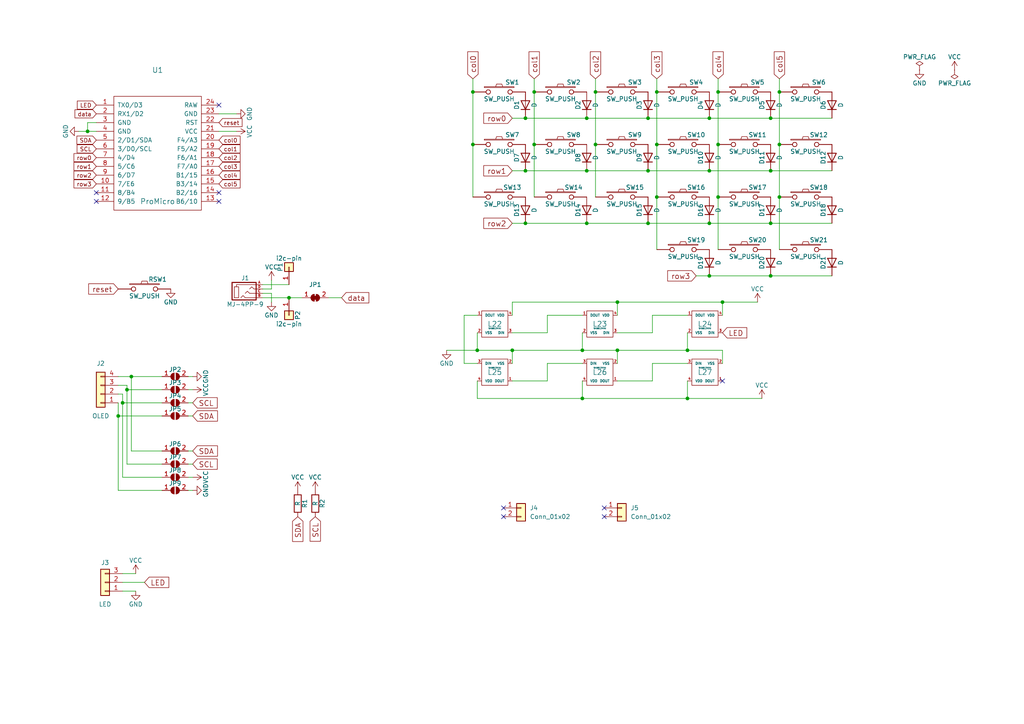
<source format=kicad_sch>
(kicad_sch (version 20211123) (generator eeschema)
  (paper "A4")
  (title_block (title "Corne Chocolate") (date "2018-11-16") (rev "2.0") (company "foostan"))
  (lib_symbols
    (symbol "Connector_Generic:Conn_01x01" (pin_names (offset 1.016) hide)
      (property "Reference" "J" (at 0 2.54 0))
      (property "Value" "Conn_01x01" (at 0 -2.54 0))
      (symbol "Conn_01x01_1_1"
        (rectangle (start -1.27 0.127) (end 0 -0.127) (stroke (width 0.1524)))
        (rectangle (start -1.27 1.27) (end 1.27 -1.27) (stroke (width 0.254)) (fill (type background)))
        (pin passive line (at -5.08 0 0) (length 3.81) (name "Pin_1") (number "1"))
      )
    )
    (symbol "Connector_Generic:Conn_01x02" (pin_names (offset 1.016) hide)
      (property "Reference" "J" (at 0 2.54 0))
      (property "Value" "Conn_01x02" (at 0 -5.08 0))
      (symbol "Conn_01x02_1_1"
        (rectangle (start -1.27 -2.413) (end 0 -2.667) (stroke (width 0.1524)))
        (rectangle (start -1.27 0.127) (end 0 -0.127) (stroke (width 0.1524)))
        (rectangle (start -1.27 1.27) (end 1.27 -3.81) (stroke (width 0.254)) (fill (type background)))
        (pin passive line (at -5.08 0 0) (length 3.81) (name "Pin_1") (number "1"))
        (pin passive line (at -5.08 -2.54 0) (length 3.81) (name "Pin_2") (number "2"))
      )
    )
    (symbol "Connector_Generic:Conn_01x03" (pin_names (offset 1.016) hide)
      (property "Reference" "J" (at 0 5.08 0))
      (property "Value" "Conn_01x03" (at 0 -5.08 0))
      (symbol "Conn_01x03_1_1"
        (rectangle (start -1.27 -2.413) (end 0 -2.667) (stroke (width 0.1524)))
        (rectangle (start -1.27 0.127) (end 0 -0.127) (stroke (width 0.1524)))
        (rectangle (start -1.27 2.667) (end 0 2.413) (stroke (width 0.1524)))
        (rectangle (start -1.27 3.81) (end 1.27 -3.81) (stroke (width 0.254)) (fill (type background)))
        (pin passive line (at -5.08 2.54 0) (length 3.81) (name "Pin_1") (number "1"))
        (pin passive line (at -5.08 0 0) (length 3.81) (name "Pin_2") (number "2"))
        (pin passive line (at -5.08 -2.54 0) (length 3.81) (name "Pin_3") (number "3"))
      )
    )
    (symbol "Connector_Generic:Conn_01x04" (pin_names (offset 1.016) hide)
      (property "Reference" "J" (at 0 5.08 0))
      (property "Value" "Conn_01x04" (at 0 -7.62 0))
      (symbol "Conn_01x04_1_1"
        (rectangle (start -1.27 -4.953) (end 0 -5.207) (stroke (width 0.1524)))
        (rectangle (start -1.27 -2.413) (end 0 -2.667) (stroke (width 0.1524)))
        (rectangle (start -1.27 0.127) (end 0 -0.127) (stroke (width 0.1524)))
        (rectangle (start -1.27 2.667) (end 0 2.413) (stroke (width 0.1524)))
        (rectangle (start -1.27 3.81) (end 1.27 -6.35) (stroke (width 0.254)) (fill (type background)))
        (pin passive line (at -5.08 2.54 0) (length 3.81) (name "Pin_1") (number "1"))
        (pin passive line (at -5.08 0 0) (length 3.81) (name "Pin_2") (number "2"))
        (pin passive line (at -5.08 -2.54 0) (length 3.81) (name "Pin_3") (number "3"))
        (pin passive line (at -5.08 -5.08 0) (length 3.81) (name "Pin_4") (number "4"))
      )
    )
    (symbol "Device:D" (pin_numbers hide) (pin_names (offset 1.016) hide)
      (property "Reference" "D" (at 0 2.54 0))
      (property "Value" "D" (at 0 -2.54 0))
      (symbol "D_0_1"
        (polyline (pts (xy -1.27 1.27) (xy -1.27 -1.27)) (stroke (width 0.254)))
        (polyline (pts (xy 1.27 0) (xy -1.27 0)))
        (polyline (pts (xy 1.27 1.27) (xy 1.27 -1.27) (xy -1.27 0) (xy 1.27 1.27)) (stroke (width 0.254)))
      )
      (symbol "D_1_1"
        (pin passive line (at -3.81 0 0) (length 2.54) (name "K") (number "1"))
        (pin passive line (at 3.81 0 180) (length 2.54) (name "A") (number "2"))
      )
    )
    (symbol "Device:R" (pin_numbers hide) (pin_names (offset 0))
      (property "Reference" "R" (at 2.032 0 90))
      (property "Value" "R" (at 0 0 90))
      (symbol "R_0_1"
        (rectangle (start -1.016 -2.54) (end 1.016 2.54) (stroke (width 0.254)))
      )
      (symbol "R_1_1"
        (pin passive line (at 0 3.81 270) (length 1.27) (name "~") (number "1"))
        (pin passive line (at 0 -3.81 90) (length 1.27) (name "~") (number "2"))
      )
    )
    (symbol "Jumper:SolderJumper_2_Bridged" (pin_names (offset 0) hide)
      (property "Reference" "JP" (at 0 2.032 0))
      (property "Value" "SolderJumper_2_Bridged" (at 0 -2.54 0))
      (symbol "SolderJumper_2_Bridged_0_1"
        (rectangle (start -0.508 0.508) (end 0.508 -0.508) (fill (type outline)))
        (arc (start -0.254 1.016) (mid -1.27 0) (end -0.254 -1.016))
        (arc (start -0.254 1.016) (mid -1.27 0) (end -0.254 -1.016) (fill (type outline)))
        (polyline (pts (xy -0.254 1.016) (xy -0.254 -1.016)))
        (polyline (pts (xy 0.254 1.016) (xy 0.254 -1.016)))
        (arc (start 0.254 -1.016) (mid 1.27 0) (end 0.254 1.016))
        (arc (start 0.254 -1.016) (mid 1.27 0) (end 0.254 1.016) (fill (type outline)))
      )
      (symbol "SolderJumper_2_Bridged_1_1"
        (pin passive line (at -3.81 0 0) (length 2.54) (name "A") (number "1"))
        (pin passive line (at 3.81 0 180) (length 2.54) (name "B") (number "2"))
      )
    )
    (symbol "Jumper:SolderJumper_2_Open" (pin_names (offset 0) hide)
      (property "Reference" "JP" (at 0 2.032 0))
      (property "Value" "SolderJumper_2_Open" (at 0 -2.54 0))
      (symbol "SolderJumper_2_Open_0_1"
        (arc (start -0.254 1.016) (mid -1.27 0) (end -0.254 -1.016))
        (arc (start -0.254 1.016) (mid -1.27 0) (end -0.254 -1.016) (fill (type outline)))
        (polyline (pts (xy -0.254 1.016) (xy -0.254 -1.016)))
        (polyline (pts (xy 0.254 1.016) (xy 0.254 -1.016)))
        (arc (start 0.254 -1.016) (mid 1.27 0) (end 0.254 1.016))
        (arc (start 0.254 -1.016) (mid 1.27 0) (end 0.254 1.016) (fill (type outline)))
      )
      (symbol "SolderJumper_2_Open_1_1"
        (pin passive line (at -3.81 0 0) (length 2.54) (name "A") (number "1"))
        (pin passive line (at 3.81 0 180) (length 2.54) (name "B") (number "2"))
      )
    )
    (symbol "kbd:MJ-4PP-9" (pin_names (offset 1.016))
      (property "Reference" "J" (at 0 3.81 0))
      (property "Value" "MJ-4PP-9" (at 0 -3.81 0))
      (symbol "MJ-4PP-9_0_1"
        (rectangle (start -1.905 -1.905) (end -3.175 1.27))
        (polyline (pts (xy -2.54 1.27) (xy -2.54 1.905) (xy 3.175 1.905)))
        (polyline (pts (xy -1.27 -1.905) (xy -0.635 -1.27) (xy 0 -1.905) (xy 3.175 -1.905)))
        (polyline (pts (xy 0 -0.635) (xy 0.635 0) (xy 1.27 -0.635) (xy 3.175 -0.635)))
        (polyline (pts (xy 1.27 0.635) (xy 1.905 1.27) (xy 2.54 0.635) (xy 3.175 0.635)))
        (rectangle (start 3.175 2.54) (end -3.81 -2.54) (stroke (width 0.3048)))
      )
      (symbol "MJ-4PP-9_1_1"
        (pin input line (at 5.08 1.905 180) (length 2.0066) (name "~") (number "A"))
        (pin input line (at 5.08 -1.905 180) (length 2.0066) (name "~") (number "B"))
        (pin input line (at 5.08 -0.635 180) (length 2.0066) (name "~") (number "C"))
        (pin input line (at 5.08 0.635 180) (length 2.0066) (name "~") (number "D"))
      )
    )
    (symbol "kbd:ProMicro" (pin_names (offset 1.016))
      (property "Reference" "U" (at 0 19.05 0))
      (property "Value" "ProMicro" (at 0 -19.05 0))
      (symbol "ProMicro_0_1"
        (rectangle (start -12.7 16.51) (end 12.7 -16.51))
      )
      (symbol "ProMicro_1_1"
        (pin bidirectional line (at -17.78 13.97 0) (length 5.08) (name "TX0/D3") (number "1"))
        (pin bidirectional line (at -17.78 -8.89 0) (length 5.08) (name "7/E6") (number "10"))
        (pin bidirectional line (at -17.78 -11.43 0) (length 5.08) (name "8/B4") (number "11"))
        (pin bidirectional line (at -17.78 -13.97 0) (length 5.08) (name "9/B5") (number "12"))
        (pin bidirectional line (at 17.78 -13.97 180) (length 5.08) (name "B6/10") (number "13"))
        (pin bidirectional line (at 17.78 -11.43 180) (length 5.08) (name "B2/16") (number "14"))
        (pin bidirectional line (at 17.78 -8.89 180) (length 5.08) (name "B3/14") (number "15"))
        (pin bidirectional line (at 17.78 -6.35 180) (length 5.08) (name "B1/15") (number "16"))
        (pin bidirectional line (at 17.78 -3.81 180) (length 5.08) (name "F7/A0") (number "17"))
        (pin bidirectional line (at 17.78 -1.27 180) (length 5.08) (name "F6/A1") (number "18"))
        (pin bidirectional line (at 17.78 1.27 180) (length 5.08) (name "F5/A2") (number "19"))
        (pin bidirectional line (at -17.78 11.43 0) (length 5.08) (name "RX1/D2") (number "2"))
        (pin bidirectional line (at 17.78 3.81 180) (length 5.08) (name "F4/A3") (number "20"))
        (pin power_in line (at 17.78 6.35 180) (length 5.08) (name "VCC") (number "21"))
        (pin input line (at 17.78 8.89 180) (length 5.08) (name "RST") (number "22"))
        (pin power_in line (at 17.78 11.43 180) (length 5.08) (name "GND") (number "23"))
        (pin power_out line (at 17.78 13.97 180) (length 5.08) (name "RAW") (number "24"))
        (pin power_in line (at -17.78 8.89 0) (length 5.08) (name "GND") (number "3"))
        (pin power_in line (at -17.78 6.35 0) (length 5.08) (name "GND") (number "4"))
        (pin bidirectional line (at -17.78 3.81 0) (length 5.08) (name "2/D1/SDA") (number "5"))
        (pin bidirectional line (at -17.78 1.27 0) (length 5.08) (name "3/D0/SCL") (number "6"))
        (pin bidirectional line (at -17.78 -1.27 0) (length 5.08) (name "4/D4") (number "7"))
        (pin bidirectional line (at -17.78 -3.81 0) (length 5.08) (name "5/C6") (number "8"))
        (pin bidirectional line (at -17.78 -6.35 0) (length 5.08) (name "6/D7") (number "9"))
      )
    )
    (symbol "kbd:SK6812MINI" (pin_names (offset 1.016))
      (property "Reference" "L" (at 0 0 0))
      (property "Value" "SK6812MINI" (at 0 -1.27 0))
      (symbol "SK6812MINI_0_1"
        (rectangle (start -3.81 3.81) (end 3.81 -3.81))
      )
      (symbol "SK6812MINI_1_1"
        (pin output line (at -5.08 2.54 0) (length 1.1938) (name "DOUT") (number "1"))
        (pin power_in line (at -5.08 -2.54 0) (length 1.1938) (name "VSS") (number "2"))
        (pin input line (at 5.08 -2.54 180) (length 1.1938) (name "DIN") (number "3"))
        (pin power_in line (at 5.08 2.54 180) (length 1.1938) (name "VDD") (number "4"))
      )
    )
    (symbol "kbd:SW_PUSH" (pin_numbers hide) (pin_names (offset 1.016) hide)
      (property "Reference" "SW" (at 3.81 2.794 0))
      (property "Value" "SW_PUSH" (at 0 -2.032 0))
      (symbol "SW_PUSH_0_1"
        (rectangle (start -4.318 1.27) (end 4.318 1.524))
        (polyline (pts (xy -1.016 1.524) (xy -0.762 2.286) (xy 0.762 2.286) (xy 1.016 1.524)))
        (pin passive inverted (at -7.62 0 0) (length 5.08) (name "1") (number "1"))
        (pin passive inverted (at 7.62 0 180) (length 5.08) (name "2") (number "2"))
      )
    )
    (symbol "power:GND" (power) (pin_names (offset 0))
      (property "Value" "GND" (at 0 -3.81 0))
      (symbol "GND_0_1"
        (polyline (pts (xy 0 0) (xy 0 -1.27) (xy 1.27 -1.27) (xy 0 -2.54) (xy -1.27 -1.27) (xy 0 -1.27)))
      )
      (symbol "GND_1_1"
        (pin power_in line (at 0 0 270) (length 0) hide (name "GND") (number "1"))
      )
    )
    (symbol "power:PWR_FLAG" (power) (pin_numbers hide) (pin_names (offset 0) hide)
      (property "Value" "PWR_FLAG" (at 0 3.81 0))
      (symbol "PWR_FLAG_0_0"
        (pin power_out line (at 0 0 90) (length 0) (name "pwr") (number "1"))
      )
      (symbol "PWR_FLAG_0_1"
        (polyline (pts (xy 0 0) (xy 0 1.27) (xy -1.016 1.905) (xy 0 2.54) (xy 1.016 1.905) (xy 0 1.27)))
      )
    )
    (symbol "power:VCC" (power) (pin_names (offset 0))
      (property "Value" "VCC" (at 0 3.81 0))
      (symbol "VCC_0_1"
        (polyline (pts (xy -0.762 1.27) (xy 0 2.54)))
        (polyline (pts (xy 0 0) (xy 0 2.54)))
        (polyline (pts (xy 0 2.54) (xy 0.762 1.27)))
      )
      (symbol "VCC_1_1"
        (pin power_in line (at 0 0 90) (length 0) hide (name "VCC") (number "1"))
      )
    )
  )
  (junction (at 205.74 49.53))
  (junction (at 179.07 101.6))
  (junction (at 35.56 116.84))
  (junction (at 172.72 41.91))
  (junction (at 172.72 26.67))
  (junction (at 199.39 115.57))
  (junction (at 137.16 26.67))
  (junction (at 223.52 34.29))
  (junction (at 152.4 34.29))
  (junction (at 168.91 101.6))
  (junction (at 190.5 57.15))
  (junction (at 205.74 80.01))
  (junction (at 179.07 87.63))
  (junction (at 137.16 41.91))
  (junction (at 36.83 113.03))
  (junction (at 170.18 64.77))
  (junction (at 208.28 57.15))
  (junction (at 148.59 101.6))
  (junction (at 154.94 26.67))
  (junction (at 226.06 26.67))
  (junction (at 208.28 41.91))
  (junction (at 205.74 64.77))
  (junction (at 223.52 49.53))
  (junction (at 187.96 49.53))
  (junction (at 199.39 101.6))
  (junction (at 83.82 86.36))
  (junction (at 223.52 80.01))
  (junction (at 152.4 49.53))
  (junction (at 223.52 64.77))
  (junction (at 187.96 64.77))
  (junction (at 209.55 87.63))
  (junction (at 187.96 34.29))
  (junction (at 34.29 120.65))
  (junction (at 226.06 57.15))
  (junction (at 38.1 109.22))
  (junction (at 138.43 101.6))
  (junction (at 168.91 115.57))
  (junction (at 25.4 38.1))
  (junction (at 154.94 41.91))
  (junction (at 226.06 41.91))
  (junction (at 152.4 64.77))
  (junction (at 170.18 34.29))
  (junction (at 190.5 41.91))
  (junction (at 190.5 26.67))
  (junction (at 170.18 49.53))
  (junction (at 205.74 34.29))
  (junction (at 208.28 26.67))
  (no_connect (at 27.94 58.42))
  (no_connect (at 63.5 30.48))
  (no_connect (at 63.5 55.88))
  (no_connect (at 209.55 110.49))
  (no_connect (at 146.05 147.32))
  (no_connect (at 146.05 149.86))
  (no_connect (at 175.26 147.32))
  (no_connect (at 175.26 149.86))
  (no_connect (at 27.94 55.88))
  (no_connect (at 63.5 58.42))
  (wire (pts (xy 168.91 101.6) (xy 179.07 101.6)))
  (wire (pts (xy 208.28 22.86) (xy 208.28 26.67)))
  (wire (pts (xy 154.94 41.91) (xy 154.94 57.15)))
  (wire (pts (xy 201.93 80.01) (xy 205.74 80.01)))
  (wire (pts (xy 172.72 41.91) (xy 172.72 57.15)))
  (wire (pts (xy 172.72 26.67) (xy 172.72 41.91)))
  (wire (pts (xy 35.56 171.45) (xy 39.37 171.45)))
  (wire (pts (xy 208.28 57.15) (xy 208.28 72.39)))
  (wire (pts (xy 223.52 49.53) (xy 241.3 49.53)))
  (wire (pts (xy 134.62 91.44) (xy 134.62 105.41)))
  (wire (pts (xy 25.4 38.1) (xy 27.94 38.1)))
  (wire (pts (xy 199.39 115.57) (xy 220.98 115.57)))
  (wire (pts (xy 76.2 82.55) (xy 83.82 82.55)))
  (wire (pts (xy 46.99 116.84) (xy 35.56 116.84)))
  (wire (pts (xy 187.96 64.77) (xy 205.74 64.77)))
  (wire (pts (xy 38.1 130.81) (xy 46.99 130.81)))
  (wire (pts (xy 158.75 110.49) (xy 158.75 105.41)))
  (wire (pts (xy 179.07 101.6) (xy 199.39 101.6)))
  (wire (pts (xy 168.91 91.44) (xy 158.75 91.44)))
  (wire (pts (xy 199.39 91.44) (xy 189.23 91.44)))
  (wire (pts (xy 76.2 86.36) (xy 83.82 86.36)))
  (wire (pts (xy 34.29 120.65) (xy 34.29 142.24)))
  (wire (pts (xy 35.56 168.91) (xy 41.91 168.91)))
  (wire (pts (xy 148.59 91.44) (xy 148.59 87.63)))
  (wire (pts (xy 36.83 113.03) (xy 36.83 134.62)))
  (wire (pts (xy 170.18 34.29) (xy 187.96 34.29)))
  (wire (pts (xy 83.82 86.36) (xy 87.63 86.36)))
  (wire (pts (xy 152.4 64.77) (xy 170.18 64.77)))
  (wire (pts (xy 205.74 34.29) (xy 223.52 34.29)))
  (wire (pts (xy 38.1 109.22) (xy 46.99 109.22)))
  (wire (pts (xy 168.91 96.52) (xy 168.91 101.6)))
  (wire (pts (xy 168.91 110.49) (xy 168.91 115.57)))
  (wire (pts (xy 199.39 101.6) (xy 209.55 101.6)))
  (wire (pts (xy 189.23 105.41) (xy 199.39 105.41)))
  (wire (pts (xy 152.4 49.53) (xy 170.18 49.53)))
  (wire (pts (xy 152.4 34.29) (xy 170.18 34.29)))
  (wire (pts (xy 138.43 101.6) (xy 148.59 101.6)))
  (wire (pts (xy 34.29 116.84) (xy 34.29 120.65)))
  (wire (pts (xy 205.74 49.53) (xy 223.52 49.53)))
  (wire (pts (xy 54.61 109.22) (xy 55.88 109.22)))
  (wire (pts (xy 190.5 22.86) (xy 190.5 26.67)))
  (wire (pts (xy 223.52 80.01) (xy 241.3 80.01)))
  (wire (pts (xy 34.29 111.76) (xy 36.83 111.76)))
  (wire (pts (xy 36.83 113.03) (xy 46.99 113.03)))
  (wire (pts (xy 34.29 114.3) (xy 35.56 114.3)))
  (wire (pts (xy 129.54 101.6) (xy 138.43 101.6)))
  (wire (pts (xy 137.16 22.86) (xy 137.16 26.67)))
  (wire (pts (xy 76.2 83.82) (xy 78.74 83.82)))
  (wire (pts (xy 63.5 33.02) (xy 68.58 33.02)))
  (wire (pts (xy 138.43 96.52) (xy 138.43 101.6)))
  (wire (pts (xy 55.88 130.81) (xy 54.61 130.81)))
  (wire (pts (xy 158.75 91.44) (xy 158.75 96.52)))
  (wire (pts (xy 226.06 57.15) (xy 226.06 72.39)))
  (wire (pts (xy 199.39 96.52) (xy 199.39 101.6)))
  (wire (pts (xy 223.52 64.77) (xy 241.3 64.77)))
  (wire (pts (xy 179.07 110.49) (xy 189.23 110.49)))
  (wire (pts (xy 76.2 85.09) (xy 78.74 85.09)))
  (wire (pts (xy 34.29 142.24) (xy 46.99 142.24)))
  (wire (pts (xy 138.43 110.49) (xy 138.43 115.57)))
  (wire (pts (xy 190.5 57.15) (xy 190.5 72.39)))
  (wire (pts (xy 148.59 34.29) (xy 152.4 34.29)))
  (wire (pts (xy 148.59 110.49) (xy 158.75 110.49)))
  (wire (pts (xy 154.94 22.86) (xy 154.94 26.67)))
  (wire (pts (xy 179.07 91.44) (xy 179.07 87.63)))
  (wire (pts (xy 78.74 85.09) (xy 78.74 87.63)))
  (wire (pts (xy 148.59 87.63) (xy 179.07 87.63)))
  (wire (pts (xy 148.59 64.77) (xy 152.4 64.77)))
  (wire (pts (xy 223.52 34.29) (xy 241.3 34.29)))
  (wire (pts (xy 154.94 26.67) (xy 154.94 41.91)))
  (wire (pts (xy 138.43 91.44) (xy 134.62 91.44)))
  (wire (pts (xy 22.86 38.1) (xy 25.4 38.1)))
  (wire (pts (xy 148.59 105.41) (xy 148.59 101.6)))
  (wire (pts (xy 168.91 115.57) (xy 199.39 115.57)))
  (wire (pts (xy 35.56 166.37) (xy 39.37 166.37)))
  (wire (pts (xy 172.72 22.86) (xy 172.72 26.67)))
  (wire (pts (xy 170.18 49.53) (xy 187.96 49.53)))
  (wire (pts (xy 158.75 96.52) (xy 148.59 96.52)))
  (wire (pts (xy 55.88 116.84) (xy 54.61 116.84)))
  (wire (pts (xy 36.83 134.62) (xy 46.99 134.62)))
  (wire (pts (xy 137.16 41.91) (xy 137.16 57.15)))
  (wire (pts (xy 55.88 134.62) (xy 54.61 134.62)))
  (wire (pts (xy 46.99 120.65) (xy 34.29 120.65)))
  (wire (pts (xy 54.61 138.43) (xy 55.88 138.43)))
  (wire (pts (xy 134.62 105.41) (xy 138.43 105.41)))
  (wire (pts (xy 179.07 105.41) (xy 179.07 101.6)))
  (wire (pts (xy 158.75 105.41) (xy 168.91 105.41)))
  (wire (pts (xy 187.96 34.29) (xy 205.74 34.29)))
  (wire (pts (xy 35.56 114.3) (xy 35.56 116.84)))
  (wire (pts (xy 35.56 138.43) (xy 46.99 138.43)))
  (wire (pts (xy 170.18 64.77) (xy 187.96 64.77)))
  (wire (pts (xy 199.39 110.49) (xy 199.39 115.57)))
  (wire (pts (xy 55.88 120.65) (xy 54.61 120.65)))
  (wire (pts (xy 95.25 86.36) (xy 99.06 86.36)))
  (wire (pts (xy 209.55 101.6) (xy 209.55 105.41)))
  (wire (pts (xy 27.94 35.56) (xy 25.4 35.56)))
  (wire (pts (xy 209.55 91.44) (xy 209.55 87.63)))
  (wire (pts (xy 189.23 96.52) (xy 179.07 96.52)))
  (wire (pts (xy 36.83 111.76) (xy 36.83 113.03)))
  (wire (pts (xy 208.28 26.67) (xy 208.28 41.91)))
  (wire (pts (xy 226.06 22.86) (xy 226.06 26.67)))
  (wire (pts (xy 226.06 26.67) (xy 226.06 41.91)))
  (wire (pts (xy 148.59 101.6) (xy 168.91 101.6)))
  (wire (pts (xy 54.61 142.24) (xy 55.88 142.24)))
  (wire (pts (xy 226.06 41.91) (xy 226.06 57.15)))
  (wire (pts (xy 34.29 109.22) (xy 38.1 109.22)))
  (wire (pts (xy 138.43 115.57) (xy 168.91 115.57)))
  (wire (pts (xy 190.5 26.67) (xy 190.5 41.91)))
  (wire (pts (xy 189.23 110.49) (xy 189.23 105.41)))
  (wire (pts (xy 63.5 38.1) (xy 68.58 38.1)))
  (wire (pts (xy 208.28 41.91) (xy 208.28 57.15)))
  (wire (pts (xy 35.56 116.84) (xy 35.56 138.43)))
  (wire (pts (xy 137.16 26.67) (xy 137.16 41.91)))
  (wire (pts (xy 148.59 49.53) (xy 152.4 49.53)))
  (wire (pts (xy 54.61 113.03) (xy 55.88 113.03)))
  (wire (pts (xy 190.5 41.91) (xy 190.5 57.15)))
  (wire (pts (xy 205.74 64.77) (xy 223.52 64.77)))
  (wire (pts (xy 38.1 109.22) (xy 38.1 130.81)))
  (wire (pts (xy 189.23 91.44) (xy 189.23 96.52)))
  (wire (pts (xy 78.74 83.82) (xy 78.74 81.28)))
  (wire (pts (xy 205.74 80.01) (xy 223.52 80.01)))
  (wire (pts (xy 209.55 87.63) (xy 219.71 87.63)))
  (wire (pts (xy 179.07 87.63) (xy 209.55 87.63)))
  (wire (pts (xy 187.96 49.53) (xy 205.74 49.53)))
  (wire (pts (xy 25.4 35.56) (xy 25.4 38.1)))
  (global_label "LED" (shape input) (at 41.91 168.91 0) (effects (font (size 1.524 1.524))) (property "Intersheet References" "${INTERSHEET_REFS}" (effects hide)))
  (global_label "col0" (shape input) (at 63.5 40.64 0) (effects (font (size 1.1938 1.1938))) (property "Intersheet References" "${INTERSHEET_REFS}" (effects hide)))
  (global_label "col4" (shape input) (at 208.28 22.86 90) (effects (font (size 1.524 1.524))) (property "Intersheet References" "${INTERSHEET_REFS}" (effects hide)))
  (global_label "row0" (shape input) (at 148.59 34.29 180) (effects (font (size 1.524 1.524))) (property "Intersheet References" "${INTERSHEET_REFS}" (effects hide)))
  (global_label "SCL" (shape input) (at 27.94 43.18 180) (effects (font (size 1.1938 1.1938))) (property "Intersheet References" "${INTERSHEET_REFS}" (effects hide)))
  (global_label "col1" (shape input) (at 154.94 22.86 90) (effects (font (size 1.524 1.524))) (property "Intersheet References" "${INTERSHEET_REFS}" (effects hide)))
  (global_label "row1" (shape input) (at 148.59 49.53 180) (effects (font (size 1.524 1.524))) (property "Intersheet References" "${INTERSHEET_REFS}" (effects hide)))
  (global_label "data" (shape input) (at 27.94 33.02 180) (effects (font (size 1.1938 1.1938))) (property "Intersheet References" "${INTERSHEET_REFS}" (effects hide)))
  (global_label "col2" (shape input) (at 172.72 22.86 90) (effects (font (size 1.524 1.524))) (property "Intersheet References" "${INTERSHEET_REFS}" (effects hide)))
  (global_label "row1" (shape input) (at 27.94 48.26 180) (effects (font (size 1.1938 1.1938))) (property "Intersheet References" "${INTERSHEET_REFS}" (effects hide)))
  (global_label "row2" (shape input) (at 148.59 64.77 180) (effects (font (size 1.524 1.524))) (property "Intersheet References" "${INTERSHEET_REFS}" (effects hide)))
  (global_label "row0" (shape input) (at 27.94 45.72 180) (effects (font (size 1.1938 1.1938))) (property "Intersheet References" "${INTERSHEET_REFS}" (effects hide)))
  (global_label "LED" (shape input) (at 209.55 96.52 0) (effects (font (size 1.524 1.524))) (property "Intersheet References" "${INTERSHEET_REFS}" (effects hide)))
  (global_label "reset" (shape input) (at 34.29 83.82 180) (effects (font (size 1.524 1.524))) (property "Intersheet References" "${INTERSHEET_REFS}" (effects hide)))
  (global_label "col4" (shape input) (at 63.5 50.8 0) (effects (font (size 1.1938 1.1938))) (property "Intersheet References" "${INTERSHEET_REFS}" (effects hide)))
  (global_label "col5" (shape input) (at 63.5 53.34 0) (effects (font (size 1.1938 1.1938))) (property "Intersheet References" "${INTERSHEET_REFS}" (effects hide)))
  (global_label "row2" (shape input) (at 27.94 50.8 180) (effects (font (size 1.1938 1.1938))) (property "Intersheet References" "${INTERSHEET_REFS}" (effects hide)))
  (global_label "col3" (shape input) (at 190.5 22.86 90) (effects (font (size 1.524 1.524))) (property "Intersheet References" "${INTERSHEET_REFS}" (effects hide)))
  (global_label "row3" (shape input) (at 27.94 53.34 180) (effects (font (size 1.1938 1.1938))) (property "Intersheet References" "${INTERSHEET_REFS}" (effects hide)))
  (global_label "SDA" (shape input) (at 55.88 130.81 0) (effects (font (size 1.524 1.524))) (property "Intersheet References" "${INTERSHEET_REFS}" (effects hide)))
  (global_label "row3" (shape input) (at 201.93 80.01 180) (effects (font (size 1.524 1.524))) (property "Intersheet References" "${INTERSHEET_REFS}" (effects hide)))
  (global_label "SCL" (shape input) (at 55.88 116.84 0) (effects (font (size 1.524 1.524))) (property "Intersheet References" "${INTERSHEET_REFS}" (effects hide)))
  (global_label "reset" (shape input) (at 63.5 35.56 0) (effects (font (size 1.1938 1.1938))) (property "Intersheet References" "${INTERSHEET_REFS}" (effects hide)))
  (global_label "col3" (shape input) (at 63.5 48.26 0) (effects (font (size 1.1938 1.1938))) (property "Intersheet References" "${INTERSHEET_REFS}" (effects hide)))
  (global_label "col5" (shape input) (at 226.06 22.86 90) (effects (font (size 1.524 1.524))) (property "Intersheet References" "${INTERSHEET_REFS}" (effects hide)))
  (global_label "col0" (shape input) (at 137.16 22.86 90) (effects (font (size 1.524 1.524))) (property "Intersheet References" "${INTERSHEET_REFS}" (effects hide)))
  (global_label "LED" (shape input) (at 27.94 30.48 180) (effects (font (size 1.1938 1.1938))) (property "Intersheet References" "${INTERSHEET_REFS}" (effects hide)))
  (global_label "SDA" (shape input) (at 27.94 40.64 180) (effects (font (size 1.1938 1.1938))) (property "Intersheet References" "${INTERSHEET_REFS}" (effects hide)))
  (global_label "SDA" (shape input) (at 55.88 120.65 0) (effects (font (size 1.524 1.524))) (property "Intersheet References" "${INTERSHEET_REFS}" (effects hide)))
  (global_label "col2" (shape input) (at 63.5 45.72 0) (effects (font (size 1.1938 1.1938))) (property "Intersheet References" "${INTERSHEET_REFS}" (effects hide)))
  (global_label "col1" (shape input) (at 63.5 43.18 0) (effects (font (size 1.1938 1.1938))) (property "Intersheet References" "${INTERSHEET_REFS}" (effects hide)))
  (global_label "SCL" (shape input) (at 55.88 134.62 0) (effects (font (size 1.524 1.524))) (property "Intersheet References" "${INTERSHEET_REFS}" (effects hide)))
  (global_label "SCL" (shape input) (at 91.44 149.86 270) (effects (font (size 1.524 1.524))) (property "Intersheet References" "${INTERSHEET_REFS}" (effects hide)))
  (global_label "data" (shape input) (at 99.06 86.36 0) (effects (font (size 1.524 1.524))) (property "Intersheet References" "${INTERSHEET_REFS}" (effects hide)))
  (global_label "SDA" (shape input) (at 86.36 149.86 270) (effects (font (size 1.524 1.524))) (property "Intersheet References" "${INTERSHEET_REFS}" (effects hide)))
  (symbol (lib_id "kbd:ProMicro") (at 45.72 44.45 0) (unit 1)
    (property "Reference" "U1" (at 45.72 20.32 0) (effects (font (size 1.524 1.524))))
    (property "Value" "ProMicro" (at 45.72 58.42 0) (effects (font (size 1.524 1.524))))
    (property "Footprint" "kbd:ProMicro_v2" (effects hide))
  )
  (symbol (lib_id "kbd:SW_PUSH") (at 162.56 26.67 0) (unit 1)
    (property "Reference" "SW2" (at 166.37 23.876 0))
    (property "Value" "SW_PUSH" (at 162.56 28.702 0))
    (property "Footprint" "kbd:Choc_Hotswap" (effects hide))
  )
  (symbol (lib_id "Device:D") (at 170.18 30.48 90) (unit 1)
    (property "Reference" "D2" (at 167.64 30.48 0))
    (property "Value" "D" (at 172.72 30.48 0))
    (property "Footprint" "kbd:D3_SMD" (effects hide))
  )
  (symbol (lib_id "kbd:SW_PUSH") (at 180.34 26.67 0) (unit 1)
    (property "Reference" "SW3" (at 184.15 23.876 0))
    (property "Value" "SW_PUSH" (at 180.34 28.702 0))
    (property "Footprint" "kbd:Choc_Hotswap" (effects hide))
  )
  (symbol (lib_id "Device:D") (at 187.96 30.48 90) (unit 1)
    (property "Reference" "D3" (at 185.42 30.48 0))
    (property "Value" "D" (at 190.5 30.48 0))
    (property "Footprint" "kbd:D3_SMD" (effects hide))
  )
  (symbol (lib_id "kbd:SW_PUSH") (at 198.12 26.67 0) (unit 1)
    (property "Reference" "SW4" (at 201.93 23.876 0))
    (property "Value" "SW_PUSH" (at 198.12 28.702 0))
    (property "Footprint" "kbd:Choc_Hotswap" (effects hide))
  )
  (symbol (lib_id "kbd:SW_PUSH") (at 215.9 26.67 0) (unit 1)
    (property "Reference" "SW5" (at 219.71 23.876 0))
    (property "Value" "SW_PUSH" (at 215.9 28.702 0))
    (property "Footprint" "kbd:Choc_Hotswap" (effects hide))
  )
  (symbol (lib_id "kbd:SW_PUSH") (at 233.68 26.67 0) (unit 1)
    (property "Reference" "SW6" (at 237.49 23.876 0))
    (property "Value" "SW_PUSH" (at 233.68 28.702 0))
    (property "Footprint" "kbd:Choc_Hotswap" (effects hide))
  )
  (symbol (lib_id "Device:D") (at 205.74 30.48 90) (unit 1)
    (property "Reference" "D4" (at 203.2 30.48 0))
    (property "Value" "D" (at 208.28 30.48 0))
    (property "Footprint" "kbd:D3_SMD" (effects hide))
  )
  (symbol (lib_id "Device:D") (at 223.52 30.48 90) (unit 1)
    (property "Reference" "D5" (at 220.98 30.48 0))
    (property "Value" "D" (at 226.06 30.48 0))
    (property "Footprint" "kbd:D3_SMD" (effects hide))
  )
  (symbol (lib_id "Device:D") (at 241.3 30.48 90) (unit 1)
    (property "Reference" "D6" (at 238.76 30.48 0))
    (property "Value" "D" (at 243.84 30.48 0))
    (property "Footprint" "kbd:D3_SMD" (effects hide))
  )
  (symbol (lib_id "kbd:SW_PUSH") (at 144.78 26.67 0) (unit 1)
    (property "Reference" "SW1" (at 148.59 23.876 0))
    (property "Value" "SW_PUSH" (at 144.78 28.702 0))
    (property "Footprint" "kbd:Choc_Hotswap" (effects hide))
  )
  (symbol (lib_id "Device:D") (at 152.4 30.48 90) (unit 1)
    (property "Reference" "D1" (at 149.86 30.48 0))
    (property "Value" "D" (at 154.94 30.48 0))
    (property "Footprint" "kbd:D3_SMD" (effects hide))
  )
  (symbol (lib_id "kbd:SW_PUSH") (at 162.56 41.91 0) (unit 1)
    (property "Reference" "SW8" (at 166.37 39.116 0))
    (property "Value" "SW_PUSH" (at 162.56 43.942 0))
    (property "Footprint" "kbd:Choc_Hotswap" (effects hide))
  )
  (symbol (lib_id "Device:D") (at 170.18 45.72 90) (unit 1)
    (property "Reference" "D8" (at 167.64 45.72 0))
    (property "Value" "D" (at 172.72 45.72 0))
    (property "Footprint" "kbd:D3_SMD" (effects hide))
  )
  (symbol (lib_id "kbd:SW_PUSH") (at 180.34 41.91 0) (unit 1)
    (property "Reference" "SW9" (at 184.15 39.116 0))
    (property "Value" "SW_PUSH" (at 180.34 43.942 0))
    (property "Footprint" "kbd:Choc_Hotswap" (effects hide))
  )
  (symbol (lib_id "Device:D") (at 187.96 45.72 90) (unit 1)
    (property "Reference" "D9" (at 185.42 45.72 0))
    (property "Value" "D" (at 190.5 45.72 0))
    (property "Footprint" "kbd:D3_SMD" (effects hide))
  )
  (symbol (lib_id "kbd:SW_PUSH") (at 198.12 41.91 0) (unit 1)
    (property "Reference" "SW10" (at 201.93 39.116 0))
    (property "Value" "SW_PUSH" (at 198.12 43.942 0))
    (property "Footprint" "kbd:Choc_Hotswap" (effects hide))
  )
  (symbol (lib_id "kbd:SW_PUSH") (at 215.9 41.91 0) (unit 1)
    (property "Reference" "SW11" (at 219.71 39.116 0))
    (property "Value" "SW_PUSH" (at 215.9 43.942 0))
    (property "Footprint" "kbd:Choc_Hotswap" (effects hide))
  )
  (symbol (lib_id "kbd:SW_PUSH") (at 233.68 41.91 0) (unit 1)
    (property "Reference" "SW12" (at 237.49 39.116 0))
    (property "Value" "SW_PUSH" (at 233.68 43.942 0))
    (property "Footprint" "kbd:Choc_Hotswap" (effects hide))
  )
  (symbol (lib_id "Device:D") (at 205.74 45.72 90) (unit 1)
    (property "Reference" "D10" (at 203.2 45.72 0))
    (property "Value" "D" (at 208.28 45.72 0))
    (property "Footprint" "kbd:D3_SMD" (effects hide))
  )
  (symbol (lib_id "Device:D") (at 223.52 45.72 90) (unit 1)
    (property "Reference" "D11" (at 220.98 45.72 0))
    (property "Value" "D" (at 226.06 45.72 0))
    (property "Footprint" "kbd:D3_SMD" (effects hide))
  )
  (symbol (lib_id "Device:D") (at 241.3 45.72 90) (unit 1)
    (property "Reference" "D12" (at 238.76 45.72 0))
    (property "Value" "D" (at 243.84 45.72 0))
    (property "Footprint" "kbd:D3_SMD" (effects hide))
  )
  (symbol (lib_id "kbd:SW_PUSH") (at 144.78 41.91 0) (unit 1)
    (property "Reference" "SW7" (at 148.59 39.116 0))
    (property "Value" "SW_PUSH" (at 144.78 43.942 0))
    (property "Footprint" "kbd:Choc_Hotswap" (effects hide))
  )
  (symbol (lib_id "Device:D") (at 152.4 45.72 90) (unit 1)
    (property "Reference" "D7" (at 149.86 45.72 0))
    (property "Value" "D" (at 154.94 45.72 0))
    (property "Footprint" "kbd:D3_SMD" (effects hide))
  )
  (symbol (lib_id "kbd:SW_PUSH") (at 162.56 57.15 0) (unit 1)
    (property "Reference" "SW14" (at 166.37 54.356 0))
    (property "Value" "SW_PUSH" (at 162.56 59.182 0))
    (property "Footprint" "kbd:Choc_Hotswap" (effects hide))
  )
  (symbol (lib_id "Device:D") (at 170.18 60.96 90) (unit 1)
    (property "Reference" "D14" (at 167.64 60.96 0))
    (property "Value" "D" (at 172.72 60.96 0))
    (property "Footprint" "kbd:D3_SMD" (effects hide))
  )
  (symbol (lib_id "kbd:SW_PUSH") (at 180.34 57.15 0) (unit 1)
    (property "Reference" "SW15" (at 184.15 54.356 0))
    (property "Value" "SW_PUSH" (at 180.34 59.182 0))
    (property "Footprint" "kbd:Choc_Hotswap" (effects hide))
  )
  (symbol (lib_id "Device:D") (at 187.96 60.96 90) (unit 1)
    (property "Reference" "D15" (at 185.42 60.96 0))
    (property "Value" "D" (at 190.5 60.96 0))
    (property "Footprint" "kbd:D3_SMD" (effects hide))
  )
  (symbol (lib_id "kbd:SW_PUSH") (at 198.12 57.15 0) (unit 1)
    (property "Reference" "SW16" (at 201.93 54.356 0))
    (property "Value" "SW_PUSH" (at 198.12 59.182 0))
    (property "Footprint" "kbd:Choc_Hotswap" (effects hide))
  )
  (symbol (lib_id "kbd:SW_PUSH") (at 215.9 57.15 0) (unit 1)
    (property "Reference" "SW17" (at 219.71 54.356 0))
    (property "Value" "SW_PUSH" (at 215.9 59.182 0))
    (property "Footprint" "kbd:Choc_Hotswap" (effects hide))
  )
  (symbol (lib_id "kbd:SW_PUSH") (at 233.68 57.15 0) (unit 1)
    (property "Reference" "SW18" (at 237.49 54.356 0))
    (property "Value" "SW_PUSH" (at 233.68 59.182 0))
    (property "Footprint" "kbd:Choc_Hotswap" (effects hide))
  )
  (symbol (lib_id "Device:D") (at 205.74 60.96 90) (unit 1)
    (property "Reference" "D16" (at 203.2 60.96 0))
    (property "Value" "D" (at 208.28 60.96 0))
    (property "Footprint" "kbd:D3_SMD" (effects hide))
  )
  (symbol (lib_id "Device:D") (at 223.52 60.96 90) (unit 1)
    (property "Reference" "D17" (at 220.98 60.96 0))
    (property "Value" "D" (at 226.06 60.96 0))
    (property "Footprint" "kbd:D3_SMD" (effects hide))
  )
  (symbol (lib_id "Device:D") (at 241.3 60.96 90) (unit 1)
    (property "Reference" "D18" (at 238.76 60.96 0))
    (property "Value" "D" (at 243.84 60.96 0))
    (property "Footprint" "kbd:D3_SMD" (effects hide))
  )
  (symbol (lib_id "kbd:SW_PUSH") (at 144.78 57.15 0) (unit 1)
    (property "Reference" "SW13" (at 148.59 54.356 0))
    (property "Value" "SW_PUSH" (at 144.78 59.182 0))
    (property "Footprint" "kbd:Choc_Hotswap" (effects hide))
  )
  (symbol (lib_id "Device:D") (at 152.4 60.96 90) (unit 1)
    (property "Reference" "D13" (at 149.86 60.96 0))
    (property "Value" "D" (at 154.94 60.96 0))
    (property "Footprint" "kbd:D3_SMD" (effects hide))
  )
  (symbol (lib_id "kbd:SW_PUSH") (at 215.9 72.39 0) (unit 1)
    (property "Reference" "SW20" (at 219.71 69.596 0))
    (property "Value" "SW_PUSH" (at 215.9 74.422 0))
    (property "Footprint" "kbd:Choc_Hotswap" (effects hide))
  )
  (symbol (lib_id "Device:D") (at 223.52 76.2 90) (unit 1)
    (property "Reference" "D20" (at 220.98 76.2 0))
    (property "Value" "D" (at 226.06 76.2 0))
    (property "Footprint" "kbd:D3_SMD" (effects hide))
  )
  (symbol (lib_id "kbd:SW_PUSH") (at 233.68 72.39 0) (unit 1)
    (property "Reference" "SW21" (at 237.49 69.596 0))
    (property "Value" "SW_PUSH" (at 233.68 74.422 0))
    (property "Footprint" "kbd:Choc_Hotswap_1.5u" (effects hide))
  )
  (symbol (lib_id "Device:D") (at 241.3 76.2 90) (unit 1)
    (property "Reference" "D21" (at 238.76 76.2 0))
    (property "Value" "D" (at 243.84 76.2 0))
    (property "Footprint" "kbd:D3_SMD" (effects hide))
  )
  (symbol (lib_id "kbd:SW_PUSH") (at 198.12 72.39 0) (unit 1)
    (property "Reference" "SW19" (at 201.93 69.596 0))
    (property "Value" "SW_PUSH" (at 198.12 74.422 0))
    (property "Footprint" "kbd:Choc_Hotswap" (effects hide))
  )
  (symbol (lib_id "Device:D") (at 205.74 76.2 90) (unit 1)
    (property "Reference" "D19" (at 203.2 76.2 0))
    (property "Value" "D" (at 208.28 76.2 0))
    (property "Footprint" "kbd:D3_SMD" (effects hide))
  )
  (symbol (lib_id "power:GND") (at 68.58 33.02 90) (unit 1)
    (property "Reference" "#PWR01" (effects hide))
    (property "Value" "GND" (at 72.39 33.02 0))
  )
  (symbol (lib_id "power:VCC") (at 68.58 38.1 270) (unit 1)
    (property "Reference" "#PWR023" (effects hide))
    (property "Value" "VCC" (at 72.39 38.1 0))
  )
  (symbol (lib_id "power:GND") (at 22.86 38.1 270) (unit 1)
    (property "Reference" "#PWR02" (effects hide))
    (property "Value" "GND" (at 19.05 38.1 0))
  )
  (symbol (lib_id "power:GND") (at 266.7 20.32 0) (unit 1)
    (property "Reference" "#PWR03" (effects hide))
    (property "Value" "GND" (at 266.7 24.13 0))
  )
  (symbol (lib_id "power:VCC") (at 276.86 20.32 0) (unit 1)
    (property "Reference" "#PWR04" (effects hide))
    (property "Value" "VCC" (at 276.86 16.51 0))
  )
  (symbol (lib_id "power:PWR_FLAG") (at 276.86 20.32 180) (unit 1)
    (property "Reference" "#FLG05" (effects hide))
    (property "Value" "PWR_FLAG" (at 276.86 24.13 0))
  )
  (symbol (lib_id "power:PWR_FLAG") (at 266.7 20.32 0) (unit 1)
    (property "Reference" "#FLG06" (effects hide))
    (property "Value" "PWR_FLAG" (at 266.7 16.51 0))
  )
  (symbol (lib_id "kbd:SW_PUSH") (at 41.91 83.82 0) (unit 1)
    (property "Reference" "RSW1" (at 45.72 81.026 0))
    (property "Value" "SW_PUSH" (at 41.91 85.852 0))
    (property "Footprint" "kbd:ResetSW" (effects hide))
  )
  (symbol (lib_id "power:GND") (at 49.53 83.82 0) (unit 1)
    (property "Reference" "#PWR07" (effects hide))
    (property "Value" "GND" (at 49.53 87.63 0))
  )
  (symbol (lib_id "Jumper:SolderJumper_2_Bridged") (at 91.44 86.36 0) (unit 1)
    (property "Reference" "JP1" (at 91.44 82.55 0))
    (property "Value" " " (at 91.44 88.392 0))
    (property "Footprint" "kbd:Jumper" (effects hide))
  )
  (symbol (lib_id "power:VCC") (at 78.74 81.28 0) (unit 1)
    (property "Reference" "#PWR08" (effects hide))
    (property "Value" "VCC" (at 78.74 77.47 0))
  )
  (symbol (lib_id "power:GND") (at 78.74 87.63 0) (unit 1)
    (property "Reference" "#PWR09" (effects hide))
    (property "Value" "GND" (at 78.74 91.44 0))
  )
  (symbol (lib_id "Connector_Generic:Conn_01x04") (at 29.21 114.3 180) (unit 1)
    (property "Reference" "J2" (at 29.21 105.41 0))
    (property "Value" "OLED" (at 29.21 120.65 0))
    (property "Footprint" "kbd:OLED" (effects hide))
  )
  (symbol (lib_id "Jumper:SolderJumper_2_Open") (at 50.8 109.22 0) (unit 1)
    (property "Reference" "JP2" (at 50.8 107.188 0))
    (property "Value" " " (at 51.054 110.744 0))
    (property "Footprint" "kbd:Jumper" (effects hide))
  )
  (symbol (lib_id "Jumper:SolderJumper_2_Open") (at 50.8 113.03 0) (unit 1)
    (property "Reference" "JP3" (at 50.8 110.998 0))
    (property "Value" " " (at 51.054 114.554 0))
    (property "Footprint" "kbd:Jumper" (effects hide))
  )
  (symbol (lib_id "Jumper:SolderJumper_2_Open") (at 50.8 116.84 0) (unit 1)
    (property "Reference" "JP4" (at 50.8 114.808 0))
    (property "Value" " " (at 51.054 118.364 0))
    (property "Footprint" "kbd:Jumper" (effects hide))
  )
  (symbol (lib_id "Jumper:SolderJumper_2_Open") (at 50.8 120.65 0) (unit 1)
    (property "Reference" "JP5" (at 50.8 118.618 0))
    (property "Value" " " (at 51.054 122.174 0))
    (property "Footprint" "kbd:Jumper" (effects hide))
  )
  (symbol (lib_id "Jumper:SolderJumper_2_Open") (at 50.8 130.81 0) (unit 1)
    (property "Reference" "JP6" (at 50.8 128.778 0))
    (property "Value" " " (at 51.054 132.334 0))
    (property "Footprint" "kbd:Jumper" (effects hide))
  )
  (symbol (lib_id "Jumper:SolderJumper_2_Open") (at 50.8 134.62 0) (unit 1)
    (property "Reference" "JP7" (at 50.8 132.588 0))
    (property "Value" " " (at 51.054 136.144 0))
    (property "Footprint" "kbd:Jumper" (effects hide))
  )
  (symbol (lib_id "Jumper:SolderJumper_2_Open") (at 50.8 138.43 0) (unit 1)
    (property "Reference" "JP8" (at 50.8 136.398 0))
    (property "Value" " " (at 51.054 139.954 0))
    (property "Footprint" "kbd:Jumper" (effects hide))
  )
  (symbol (lib_id "Jumper:SolderJumper_2_Open") (at 50.8 142.24 0) (unit 1)
    (property "Reference" "JP9" (at 50.8 140.208 0))
    (property "Value" " " (at 51.054 143.764 0))
    (property "Footprint" "kbd:Jumper" (effects hide))
  )
  (symbol (lib_id "power:GND") (at 55.88 109.22 90) (unit 1)
    (property "Reference" "#PWR010" (effects hide))
    (property "Value" "GND" (at 59.69 109.22 0))
  )
  (symbol (lib_id "power:GND") (at 55.88 142.24 90) (unit 1)
    (property "Reference" "#PWR011" (effects hide))
    (property "Value" "GND" (at 59.69 142.24 0))
  )
  (symbol (lib_id "power:VCC") (at 55.88 113.03 270) (unit 1)
    (property "Reference" "#PWR012" (effects hide))
    (property "Value" "VCC" (at 59.69 113.03 0))
  )
  (symbol (lib_id "power:VCC") (at 55.88 138.43 270) (unit 1)
    (property "Reference" "#PWR013" (effects hide))
    (property "Value" "VCC" (at 59.69 138.43 0))
  )
  (symbol (lib_id "Device:R") (at 86.36 146.05 0) (unit 1)
    (property "Reference" "R1" (at 88.392 146.05 90))
    (property "Value" "R" (at 86.36 146.05 90))
    (property "Footprint" "kbd:R" (effects hide))
  )
  (symbol (lib_id "Device:R") (at 91.44 146.05 0) (unit 1)
    (property "Reference" "R2" (at 93.472 146.05 90))
    (property "Value" "R" (at 91.44 146.05 90))
    (property "Footprint" "kbd:R" (effects hide))
  )
  (symbol (lib_id "power:VCC") (at 86.36 142.24 0) (unit 1)
    (property "Reference" "#PWR021" (effects hide))
    (property "Value" "VCC" (at 86.36 138.43 0))
  )
  (symbol (lib_id "power:VCC") (at 91.44 142.24 0) (unit 1)
    (property "Reference" "#PWR022" (effects hide))
    (property "Value" "VCC" (at 91.44 138.43 0))
  )
  (symbol (lib_id "Connector_Generic:Conn_01x03") (at 30.48 168.91 180) (unit 1)
    (property "Reference" "J3" (at 30.48 163.195 0))
    (property "Value" "LED" (at 30.48 175.26 0))
    (property "Footprint" "kbd:StripLED_rev" (effects hide))
  )
  (symbol (lib_id "power:VCC") (at 39.37 166.37 0) (unit 1)
    (property "Reference" "#PWR024" (effects hide))
    (property "Value" "VCC" (at 39.37 162.56 0))
  )
  (symbol (lib_id "power:GND") (at 39.37 171.45 0) (unit 1)
    (property "Reference" "#PWR025" (effects hide))
    (property "Value" "GND" (at 39.37 175.26 0))
  )
  (symbol (lib_id "kbd:MJ-4PP-9") (at 71.12 84.455 0) (unit 1)
    (property "Reference" "J1" (at 71.12 80.645 0))
    (property "Value" "MJ-4PP-9" (at 71.12 88.265 0))
    (property "Footprint" "kbd:MJ-4PP-9" (effects hide))
  )
  (symbol (lib_id "Connector_Generic:Conn_01x01") (at 83.82 91.44 270) (unit 1)
    (property "Reference" "P2" (at 86.36 91.44 0))
    (property "Value" "i2c-pin" (at 83.82 93.98 90))
    (property "Footprint" "kbd:1pin_conn" (effects hide))
  )
  (symbol (lib_id "Connector_Generic:Conn_01x01") (at 83.82 77.47 90) (unit 1)
    (property "Reference" "P1" (at 81.28 77.47 0))
    (property "Value" "i2c-pin" (at 83.82 74.93 90))
    (property "Footprint" "kbd:1pin_conn" (effects hide))
  )
  (symbol (lib_id "kbd:SK6812MINI") (at 204.47 93.98 0) (unit 1)
    (property "Reference" "L24" (at 204.47 93.98 0) (effects (font (size 1.4986 1.4986))))
    (property "Value" "SK6812MINI" (at 204.47 95.25 0) (effects (font (size 0.4064 0.4064))))
    (property "Footprint" "kbd:SK6812MINI_underglow_rev" (effects hide))
  )
  (symbol (lib_id "kbd:SK6812MINI") (at 173.99 93.98 0) (unit 1)
    (property "Reference" "L23" (at 173.99 93.98 0) (effects (font (size 1.4986 1.4986))))
    (property "Value" "SK6812MINI" (at 173.99 95.25 0) (effects (font (size 0.4064 0.4064))))
    (property "Footprint" "kbd:SK6812MINI_underglow_rev" (effects hide))
  )
  (symbol (lib_id "kbd:SK6812MINI") (at 143.51 93.98 0) (unit 1)
    (property "Reference" "L22" (at 143.51 93.98 0) (effects (font (size 1.4986 1.4986))))
    (property "Value" "SK6812MINI" (at 143.51 95.25 0) (effects (font (size 0.4064 0.4064))))
    (property "Footprint" "kbd:SK6812MINI_underglow_rev" (effects hide))
  )
  (symbol (lib_id "kbd:SK6812MINI") (at 204.47 107.95 180) (unit 1)
    (property "Reference" "L27" (at 204.47 107.95 0) (effects (font (size 1.4986 1.4986))))
    (property "Value" "SK6812MINI" (at 204.47 106.68 0) (effects (font (size 0.4064 0.4064))))
    (property "Footprint" "kbd:SK6812MINI_underglow_rev" (effects hide))
  )
  (symbol (lib_id "kbd:SK6812MINI") (at 173.99 107.95 180) (unit 1)
    (property "Reference" "L26" (at 173.99 107.95 0) (effects (font (size 1.4986 1.4986))))
    (property "Value" "SK6812MINI" (at 173.99 106.68 0) (effects (font (size 0.4064 0.4064))))
    (property "Footprint" "kbd:SK6812MINI_underglow_rev" (effects hide))
  )
  (symbol (lib_id "kbd:SK6812MINI") (at 143.51 107.95 180) (unit 1)
    (property "Reference" "L25" (at 143.51 107.95 0) (effects (font (size 1.4986 1.4986))))
    (property "Value" "SK6812MINI" (at 143.51 106.68 0) (effects (font (size 0.4064 0.4064))))
    (property "Footprint" "kbd:SK6812MINI_underglow_rev" (effects hide))
  )
  (symbol (lib_id "power:VCC") (at 219.71 87.63 0) (unit 1)
    (property "Reference" "#PWR026" (effects hide))
    (property "Value" "VCC" (at 219.71 83.82 0))
  )
  (symbol (lib_id "power:VCC") (at 220.98 115.57 0) (unit 1)
    (property "Reference" "#PWR027" (effects hide))
    (property "Value" "VCC" (at 220.98 111.76 0))
  )
  (symbol (lib_id "power:GND") (at 129.54 101.6 0) (unit 1)
    (property "Reference" "#PWR028" (effects hide))
    (property "Value" "GND" (at 129.54 105.41 0))
  )
  (symbol (lib_id "Connector_Generic:Conn_01x02") (at 180.34 147.32 0) (unit 1)
    (property "Reference" "J5" (at 182.88 147.3199 0) (effects (justify left)))
    (property "Value" "Conn_01x02" (at 182.88 149.8599 0) (effects (justify left)))
    (property "Footprint" "Connector_AMASS:AMASS_XT60-F_1x02_P7.20mm_Vertical" (effects hide))
  )
  (symbol (lib_id "Connector_Generic:Conn_01x02") (at 151.13 147.32 0) (unit 1)
    (property "Reference" "J4" (at 153.67 147.3199 0) (effects (justify left)))
    (property "Value" "Conn_01x02" (at 153.67 149.8599 0) (effects (justify left)))
    (property "Footprint" "Connector_AMASS:AMASS_XT60-F_1x02_P7.20mm_Vertical" (effects hide))
  )
)
</source>
